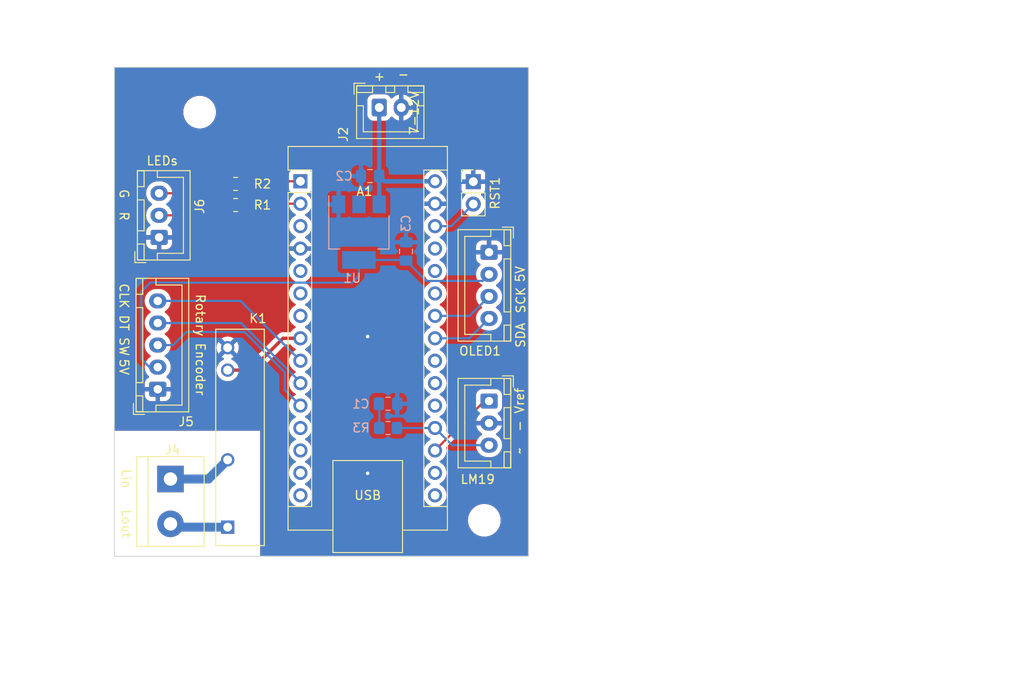
<source format=kicad_pcb>
(kicad_pcb (version 20221018) (generator pcbnew)
  (layers (0 "F.Cu" signal) (31 "B.Cu" signal) (34 "B.Paste" user) (35 "F.Paste" user) (36 "B.SilkS" user "B.Silkscreen") (37 "F.SilkS" user "F.Silkscreen") (38 "B.Mask" user) (39 "F.Mask" user) (44 "Edge.Cuts" user))
  (net 0 "")
  (net 2 "GND")
  (net 3 "/RED_LED")
  (net 4 "/GREEN_LED")
  (net 6 "/CLK_en")
  (net 7 "/DT_en")
  (net 8 "/SWT_en")
  (net 12 "/relay")
  (net 14 "/Aref")
  (net 19 "/SDA_oled")
  (net 20 "/SCK_oled")
  (net 22 "/Temp Signal")
  (net 24 "/RST")
  (net 25 "Net-(C1-Pad2)")
  (net 26 "/Vin")
  (net 28 "/RED_PIN")
  (net 29 "/5V")
  (net 30 "/GREEN_PIN")
  (net 31 "Net-(J4-Pin_1)")
  (net 32 "Net-(J4-Pin_2)")
  (footprint "Connector_JST:JST_XH_B3B-XH-A_1x03_P2.50mm_Vertical" (layer "F.Cu") (at 140.467 97.228 -90)
    (fp_text reference "LM1" hide)
    (fp_text value "LM19")
    (fp_line (start -2.85 -2.75) (end -2.85 -1.5) (stroke (width 0.12)) (layer "F.SilkS"))
    (fp_line (start -2.56 -2.46) (end -2.56 3.51) (stroke (width 0.12)) (layer "F.SilkS"))
    (fp_line (start -2.56 3.51) (end 7.56 3.51) (stroke (width 0.12)) (layer "F.SilkS"))
    (fp_line (start -2.55 -2.45) (end -2.55 -1.7) (stroke (width 0.12)) (layer "F.SilkS"))
    (fp_line (start -2.55 -1.7) (end -0.75 -1.7) (stroke (width 0.12)) (layer "F.SilkS"))
    (fp_line (start -2.55 -0.2) (end -1.8 -0.2) (stroke (width 0.12)) (layer "F.SilkS"))
    (fp_line (start -1.8 -0.2) (end -1.8 2.75) (stroke (width 0.12)) (layer "F.SilkS"))
    (fp_line (start -1.8 2.75) (end 2.5 2.75) (stroke (width 0.12)) (layer "F.SilkS"))
    (fp_line (start -1.6 -2.75) (end -2.85 -2.75) (stroke (width 0.12)) (layer "F.SilkS"))
    (fp_line (start -0.75 -2.45) (end -2.55 -2.45) (stroke (width 0.12)) (layer "F.SilkS"))
    (fp_line (start -0.75 -1.7) (end -0.75 -2.45) (stroke (width 0.12)) (layer "F.SilkS"))
    (fp_line (start 0.75 -2.45) (end 0.75 -1.7) (stroke (width 0.12)) (layer "F.SilkS"))
    (fp_line (start 0.75 -1.7) (end 4.25 -1.7) (stroke (width 0.12)) (layer "F.SilkS"))
    (fp_line (start 4.25 -2.45) (end 0.75 -2.45) (stroke (width 0.12)) (layer "F.SilkS"))
    (fp_line (start 4.25 -1.7) (end 4.25 -2.45) (stroke (width 0.12)) (layer "F.SilkS"))
    (fp_line (start 5.75 -2.45) (end 5.75 -1.7) (stroke (width 0.12)) (layer "F.SilkS"))
    (fp_line (start 5.75 -1.7) (end 7.55 -1.7) (stroke (width 0.12)) (layer "F.SilkS"))
    (fp_line (start 6.8 -0.2) (end 6.8 2.75) (stroke (width 0.12)) (layer "F.SilkS"))
    (fp_line (start 6.8 2.75) (end 2.5 2.75) (stroke (width 0.12)) (layer "F.SilkS"))
    (fp_line (start 7.55 -2.45) (end 5.75 -2.45) (stroke (width 0.12)) (layer "F.SilkS"))
    (fp_line (start 7.55 -1.7) (end 7.55 -2.45) (stroke (width 0.12)) (layer "F.SilkS"))
    (fp_line (start 7.55 -0.2) (end 6.8 -0.2) (stroke (width 0.12)) (layer "F.SilkS"))
    (fp_line (start 7.56 -2.46) (end -2.56 -2.46) (stroke (width 0.12)) (layer "F.SilkS"))
    (fp_line (start 7.56 3.51) (end 7.56 -2.46) (stroke (width 0.12)) (layer "F.SilkS"))
    (pad "1" thru_hole roundrect (at 0 0 270) (size 1.7 1.95) (drill 0.95) (layers "*.Cu" "*.Mask") (roundrect_rratio 0.147059) (net 14 "/Aref"))
    (pad "2" thru_hole oval (at 2.5 0 270) (size 1.7 1.95) (drill 0.95) (layers "*.Cu" "*.Mask") (net 2 "GND"))
    (pad "3" thru_hole oval (at 5 0 270) (size 1.7 1.95) (drill 0.95) (layers "*.Cu" "*.Mask") (net 22 "/Temp Signal"))
  )
  (footprint "Resistor_SMD:R_0805_2012Metric_Pad1.20x1.40mm_HandSolder" (layer "F.Cu") (at 111.776 75.0316)
    (fp_text reference "R1" (at 3.032 0) (layer "F.SilkS"))
    (fp_text value "400")
    (fp_line (start -0.227064 -0.735) (end 0.227064 -0.735) (stroke (width 0.12)) (layer "F.SilkS"))
    (fp_line (start -0.227064 0.735) (end 0.227064 0.735) (stroke (width 0.12)) (layer "F.SilkS"))
    (pad "1" smd roundrect (at -1 0) (size 1.2 1.4) (layers "F.Cu" "F.Paste" "F.Mask") (roundrect_rratio 0.208333) (net 4 "/GREEN_LED"))
    (pad "2" smd roundrect (at 1 0) (size 1.2 1.4) (layers "F.Cu" "F.Paste" "F.Mask") (roundrect_rratio 0.208333) (net 30 "/GREEN_PIN"))
  )
  (footprint "Connector_JST:JST_XH_B4B-XH-A_1x04_P2.50mm_Vertical" (layer "F.Cu") (at 140.467 80.384 -90)
    (fp_text reference "OLED1" (at 11.176 1.016 -180) (layer "F.SilkS"))
    (fp_text value "~")
    (fp_line (start -2.85 -2.75) (end -2.85 -1.5) (stroke (width 0.12)) (layer "F.SilkS"))
    (fp_line (start -2.56 -2.46) (end -2.56 3.51) (stroke (width 0.12)) (layer "F.SilkS"))
    (fp_line (start -2.56 3.51) (end 10.06 3.51) (stroke (width 0.12)) (layer "F.SilkS"))
    (fp_line (start -2.55 -2.45) (end -2.55 -1.7) (stroke (width 0.12)) (layer "F.SilkS"))
    (fp_line (start -2.55 -1.7) (end -0.75 -1.7) (stroke (width 0.12)) (layer "F.SilkS"))
    (fp_line (start -2.55 -0.2) (end -1.8 -0.2) (stroke (width 0.12)) (layer "F.SilkS"))
    (fp_line (start -1.8 -0.2) (end -1.8 2.75) (stroke (width 0.12)) (layer "F.SilkS"))
    (fp_line (start -1.8 2.75) (end 3.75 2.75) (stroke (width 0.12)) (layer "F.SilkS"))
    (fp_line (start -1.6 -2.75) (end -2.85 -2.75) (stroke (width 0.12)) (layer "F.SilkS"))
    (fp_line (start -0.75 -2.45) (end -2.55 -2.45) (stroke (width 0.12)) (layer "F.SilkS"))
    (fp_line (start -0.75 -1.7) (end -0.75 -2.45) (stroke (width 0.12)) (layer "F.SilkS"))
    (fp_line (start 0.75 -2.45) (end 0.75 -1.7) (stroke (width 0.12)) (layer "F.SilkS"))
    (fp_line (start 0.75 -1.7) (end 6.75 -1.7) (stroke (width 0.12)) (layer "F.SilkS"))
    (fp_line (start 6.75 -2.45) (end 0.75 -2.45) (stroke (width 0.12)) (layer "F.SilkS"))
    (fp_line (start 6.75 -1.7) (end 6.75 -2.45) (stroke (width 0.12)) (layer "F.SilkS"))
    (fp_line (start 8.25 -2.45) (end 8.25 -1.7) (stroke (width 0.12)) (layer "F.SilkS"))
    (fp_line (start 8.25 -1.7) (end 10.05 -1.7) (stroke (width 0.12)) (layer "F.SilkS"))
    (fp_line (start 9.3 -0.2) (end 9.3 2.75) (stroke (width 0.12)) (layer "F.SilkS"))
    (fp_line (start 9.3 2.75) (end 3.75 2.75) (stroke (width 0.12)) (layer "F.SilkS"))
    (fp_line (start 10.05 -2.45) (end 8.25 -2.45) (stroke (width 0.12)) (layer "F.SilkS"))
    (fp_line (start 10.05 -1.7) (end 10.05 -2.45) (stroke (width 0.12)) (layer "F.SilkS"))
    (fp_line (start 10.05 -0.2) (end 9.3 -0.2) (stroke (width 0.12)) (layer "F.SilkS"))
    (fp_line (start 10.06 -2.46) (end -2.56 -2.46) (stroke (width 0.12)) (layer "F.SilkS"))
    (fp_line (start 10.06 3.51) (end 10.06 -2.46) (stroke (width 0.12)) (layer "F.SilkS"))
    (pad "1" thru_hole roundrect (at 0 0 270) (size 1.7 1.95) (drill 0.95) (layers "*.Cu" "*.Mask") (roundrect_rratio 0.147059) (net 2 "GND"))
    (pad "2" thru_hole oval (at 2.5 0 270) (size 1.7 1.95) (drill 0.95) (layers "*.Cu" "*.Mask") (net 29 "/5V"))
    (pad "3" thru_hole oval (at 5 0 270) (size 1.7 1.95) (drill 0.95) (layers "*.Cu" "*.Mask") (net 20 "/SCK_oled"))
    (pad "4" thru_hole oval (at 7.5 0 270) (size 1.7 1.95) (drill 0.95) (layers "*.Cu" "*.Mask") (net 19 "/SDA_oled"))
  )
  (footprint "Connector_JST:JST_XH_B2B-XH-A_1x02_P2.50mm_Vertical" (layer "F.Cu") (at 128.03 63.991)
    (fp_text reference "J2" (at -4.064 3.048 90) (layer "F.SilkS"))
    (fp_text value "Pwr")
    (fp_line (start -2.85 -2.75) (end -2.85 -1.5) (stroke (width 0.12)) (layer "F.SilkS"))
    (fp_line (start -2.56 -2.46) (end -2.56 3.51) (stroke (width 0.12)) (layer "F.SilkS"))
    (fp_line (start -2.56 3.51) (end 5.06 3.51) (stroke (width 0.12)) (layer "F.SilkS"))
    (fp_line (start -2.55 -2.45) (end -2.55 -1.7) (stroke (width 0.12)) (layer "F.SilkS"))
    (fp_line (start -2.55 -1.7) (end -0.75 -1.7) (stroke (width 0.12)) (layer "F.SilkS"))
    (fp_line (start -2.55 -0.2) (end -1.8 -0.2) (stroke (width 0.12)) (layer "F.SilkS"))
    (fp_line (start -1.8 -0.2) (end -1.8 2.75) (stroke (width 0.12)) (layer "F.SilkS"))
    (fp_line (start -1.8 2.75) (end 1.25 2.75) (stroke (width 0.12)) (layer "F.SilkS"))
    (fp_line (start -1.6 -2.75) (end -2.85 -2.75) (stroke (width 0.12)) (layer "F.SilkS"))
    (fp_line (start -0.75 -2.45) (end -2.55 -2.45) (stroke (width 0.12)) (layer "F.SilkS"))
    (fp_line (start -0.75 -1.7) (end -0.75 -2.45) (stroke (width 0.12)) (layer "F.SilkS"))
    (fp_line (start 0.75 -2.45) (end 0.75 -1.7) (stroke (width 0.12)) (layer "F.SilkS"))
    (fp_line (start 0.75 -1.7) (end 1.75 -1.7) (stroke (width 0.12)) (layer "F.SilkS"))
    (fp_line (start 1.75 -2.45) (end 0.75 -2.45) (stroke (width 0.12)) (layer "F.SilkS"))
    (fp_line (start 1.75 -1.7) (end 1.75 -2.45) (stroke (width 0.12)) (layer "F.SilkS"))
    (fp_line (start 3.25 -2.45) (end 3.25 -1.7) (stroke (width 0.12)) (layer "F.SilkS"))
    (fp_line (start 3.25 -1.7) (end 5.05 -1.7) (stroke (width 0.12)) (layer "F.SilkS"))
    (fp_line (start 4.3 -0.2) (end 4.3 2.75) (stroke (width 0.12)) (layer "F.SilkS"))
    (fp_line (start 4.3 2.75) (end 1.25 2.75) (stroke (width 0.12)) (layer "F.SilkS"))
    (fp_line (start 5.05 -2.45) (end 3.25 -2.45) (stroke (width 0.12)) (layer "F.SilkS"))
    (fp_line (start 5.05 -1.7) (end 5.05 -2.45) (stroke (width 0.12)) (layer "F.SilkS"))
    (fp_line (start 5.05 -0.2) (end 4.3 -0.2) (stroke (width 0.12)) (layer "F.SilkS"))
    (fp_line (start 5.06 -2.46) (end -2.56 -2.46) (stroke (width 0.12)) (layer "F.SilkS"))
    (fp_line (start 5.06 3.51) (end 5.06 -2.46) (stroke (width 0.12)) (layer "F.SilkS"))
    (pad "1" thru_hole roundrect (at 0 0) (size 1.7 2) (drill 1) (layers "*.Cu" "*.Mask") (roundrect_rratio 0.147059) (net 26 "/Vin"))
    (pad "2" thru_hole oval (at 2.5 0) (size 1.7 2) (drill 1) (layers "*.Cu" "*.Mask") (net 2 "GND"))
  )
  (footprint "MountingHole:MountingHole_3.2mm_M3" (layer "F.Cu") (at 107.696 64.516)
    (fp_text reference "H1" hide)
    (fp_text value "MountingHole" hide)
    (pad "" np_thru_hole circle (at 0 0) (size 3.2 3.2) (drill 3.2) (layers "*.Cu" "*.Mask"))
  )
  (footprint "TerminalBlock:TerminalBlock_bornier-2_P5.08mm" (layer "F.Cu") (at 104.394 106.056 -90)
    (fp_text reference "J4" (at -3.302 -0.254 -180) (layer "F.SilkS"))
    (fp_text value "AC Line")
    (fp_line (start -2.54 -3.81) (end -2.54 3.81) (stroke (width 0.12)) (layer "F.SilkS"))
    (fp_line (start -2.54 3.81) (end 7.62 3.81) (stroke (width 0.12)) (layer "F.SilkS"))
    (fp_line (start 7.62 -3.81) (end -2.54 -3.81) (stroke (width 0.12)) (layer "F.SilkS"))
    (fp_line (start 7.62 2.54) (end -2.54 2.54) (stroke (width 0.12)) (layer "F.SilkS"))
    (fp_line (start 7.62 3.81) (end 7.62 -3.81) (stroke (width 0.12)) (layer "F.SilkS"))
    (pad "1" thru_hole rect (at 0 0 270) (size 3 3) (drill 1.52) (layers "*.Cu" "*.Mask") (net 31 "Net-(J4-Pin_1)"))
    (pad "2" thru_hole circle (at 5.08 0 270) (size 3 3) (drill 1.52) (layers "*.Cu" "*.Mask") (net 32 "Net-(J4-Pin_2)"))
  )
  (footprint "MountingHole:MountingHole_3.2mm_M3" (layer "F.Cu") (at 139.933082 110.730848)
    (fp_text reference "H2" hide)
    (fp_text value "MountingHole")
    (pad "" np_thru_hole circle (at 0 0) (size 3.2 3.2) (drill 3.2) (layers "*.Cu" "*.Mask"))
  )
  (footprint "Resistor_SMD:R_0805_2012Metric_Pad1.20x1.40mm_HandSolder" (layer "F.Cu") (at 111.776 72.644)
    (fp_text reference "R2" (at 3.032 0) (layer "F.SilkS"))
    (fp_text value "400")
    (fp_line (start -0.227064 -0.735) (end 0.227064 -0.735) (stroke (width 0.12)) (layer "F.SilkS"))
    (fp_line (start -0.227064 0.735) (end 0.227064 0.735) (stroke (width 0.12)) (layer "F.SilkS"))
    (pad "1" smd roundrect (at -1 0) (size 1.2 1.4) (layers "F.Cu" "F.Paste" "F.Mask") (roundrect_rratio 0.208333) (net 3 "/RED_LED"))
    (pad "2" smd roundrect (at 1 0) (size 1.2 1.4) (layers "F.Cu" "F.Paste" "F.Mask") (roundrect_rratio 0.208333) (net 28 "/RED_PIN"))
  )
  (footprint "Connector_PinHeader_2.54mm:PinHeader_1x02_P2.54mm_Vertical" (layer "F.Cu") (at 138.684 72.385)
    (fp_text reference "RST1" (at 2.470195 1.305602 -90) (layer "F.SilkS"))
    (fp_text value "RST Button")
    (fp_line (start -1.33 -1.33) (end 0 -1.33) (stroke (width 0.12)) (layer "F.SilkS"))
    (fp_line (start -1.33 0) (end -1.33 -1.33) (stroke (width 0.12)) (layer "F.SilkS"))
    (fp_line (start -1.33 1.27) (end -1.33 3.87) (stroke (width 0.12)) (layer "F.SilkS"))
    (fp_line (start -1.33 1.27) (end 1.33 1.27) (stroke (width 0.12)) (layer "F.SilkS"))
    (fp_line (start -1.33 3.87) (end 1.33 3.87) (stroke (width 0.12)) (layer "F.SilkS"))
    (fp_line (start 1.33 1.27) (end 1.33 3.87) (stroke (width 0.12)) (layer "F.SilkS"))
    (pad "1" thru_hole rect (at 0 0) (size 1.7 1.7) (drill 1) (layers "*.Cu" "*.Mask") (net 2 "GND"))
    (pad "2" thru_hole oval (at 0 2.54) (size 1.7 1.7) (drill 1) (layers "*.Cu" "*.Mask") (net 24 "/RST"))
  )
  (footprint "000_Thomas_Footprints:G3MB-202PDC5 Relay" (layer "F.Cu") (at 113.998 101.654 -90)
    (fp_text reference "K1" (at -13.77 -0.302) (layer "F.SilkS"))
    (fp_text value "G3MB-202PDC5 Relay")
    (fp_line (start -12.558 -1.02) (end -12.558 4.48) (stroke (width 0.127)) (layer "F.SilkS"))
    (fp_line (start -12.558 4.48) (end 11.942 4.48) (stroke (width 0.127)) (layer "F.SilkS"))
    (fp_line (start 11.942 -1.02) (end -12.558 -1.02) (stroke (width 0.127)) (layer "F.SilkS"))
    (fp_line (start 11.942 4.48) (end 11.942 -1.02) (stroke (width 0.127)) (layer "F.SilkS"))
    (pad "1" thru_hole rect (at 9.852 3.13 90) (size 1.508 1.508) (drill 1) (layers "*.Cu" "*.Mask") (net 32 "Net-(J4-Pin_2)"))
    (pad "2" thru_hole circle (at 2.232 3.13 90) (size 1.508 1.508) (drill 1) (layers "*.Cu" "*.Mask") (net 31 "Net-(J4-Pin_1)"))
    (pad "3" thru_hole circle (at -7.928 3.13 90) (size 1.508 1.508) (drill 1) (layers "*.Cu" "*.Mask") (net 12 "/relay"))
    (pad "4" thru_hole circle (at -10.468 3.13 90) (size 1.508 1.508) (drill 1) (layers "*.Cu" "*.Mask") (net 2 "GND"))
  )
  (footprint "Connector_JST:JST_XH_B5B-XH-A_1x05_P2.50mm_Vertical" (layer "F.Cu") (at 102.950584 95.892 90)
    (fp_text reference "J5" (at -3.676 3.221416 180) (layer "F.SilkS"))
    (fp_text value "Rotary Encoder Board")
    (fp_line (start -2.85 -2.75) (end -2.85 -1.5) (stroke (width 0.12)) (layer "F.SilkS"))
    (fp_line (start -2.56 -2.46) (end -2.56 3.51) (stroke (width 0.12)) (layer "F.SilkS"))
    (fp_line (start -2.56 3.51) (end 12.56 3.51) (stroke (width 0.12)) (layer "F.SilkS"))
    (fp_line (start -2.55 -2.45) (end -2.55 -1.7) (stroke (width 0.12)) (layer "F.SilkS"))
    (fp_line (start -2.55 -1.7) (end -0.75 -1.7) (stroke (width 0.12)) (layer "F.SilkS"))
    (fp_line (start -2.55 -0.2) (end -1.8 -0.2) (stroke (width 0.12)) (layer "F.SilkS"))
    (fp_line (start -1.8 -0.2) (end -1.8 2.75) (stroke (width 0.12)) (layer "F.SilkS"))
    (fp_line (start -1.8 2.75) (end 5 2.75) (stroke (width 0.12)) (layer "F.SilkS"))
    (fp_line (start -1.6 -2.75) (end -2.85 -2.75) (stroke (width 0.12)) (layer "F.SilkS"))
    (fp_line (start -0.75 -2.45) (end -2.55 -2.45) (stroke (width 0.12)) (layer "F.SilkS"))
    (fp_line (start -0.75 -1.7) (end -0.75 -2.45) (stroke (width 0.12)) (layer "F.SilkS"))
    (fp_line (start 0.75 -2.45) (end 0.75 -1.7) (stroke (width 0.12)) (layer "F.SilkS"))
    (fp_line (start 0.75 -1.7) (end 9.25 -1.7) (stroke (width 0.12)) (layer "F.SilkS"))
    (fp_line (start 9.25 -2.45) (end 0.75 -2.45) (stroke (width 0.12)) (layer "F.SilkS"))
    (fp_line (start 9.25 -1.7) (end 9.25 -2.45) (stroke (width 0.12)) (layer "F.SilkS"))
    (fp_line (start 10.75 -2.45) (end 10.75 -1.7) (stroke (width 0.12)) (layer "F.SilkS"))
    (fp_line (start 10.75 -1.7) (end 12.55 -1.7) (stroke (width 0.12)) (layer "F.SilkS"))
    (fp_line (start 11.8 -0.2) (end 11.8 2.75) (stroke (width 0.12)) (layer "F.SilkS"))
    (fp_line (start 11.8 2.75) (end 5 2.75) (stroke (width 0.12)) (layer "F.SilkS"))
    (fp_line (start 12.55 -2.45) (end 10.75 -2.45) (stroke (width 0.12)) (layer "F.SilkS"))
    (fp_line (start 12.55 -1.7) (end 12.55 -2.45) (stroke (width 0.12)) (layer "F.SilkS"))
    (fp_line (start 12.55 -0.2) (end 11.8 -0.2) (stroke (width 0.12)) (layer "F.SilkS"))
    (fp_line (start 12.56 -2.46) (end -2.56 -2.46) (stroke (width 0.12)) (layer "F.SilkS"))
    (fp_line (start 12.56 3.51) (end 12.56 -2.46) (stroke (width 0.12)) (layer "F.SilkS"))
    (pad "1" thru_hole roundrect (at 0 0 90) (size 1.7 1.95) (drill 0.95) (layers "*.Cu" "*.Mask") (roundrect_rratio 0.147059) (net 2 "GND"))
    (pad "2" thru_hole oval (at 2.5 0 90) (size 1.7 1.95) (drill 0.95) (layers "*.Cu" "*.Mask") (net 29 "/5V"))
    (pad "3" thru_hole oval (at 5 0 90) (size 1.7 1.95) (drill 0.95) (layers "*.Cu" "*.Mask") (net 8 "/SWT_en"))
    (pad "4" thru_hole oval (at 7.5 0 90) (size 1.7 1.95) (drill 0.95) (layers "*.Cu" "*.Mask") (net 7 "/DT_en"))
    (pad "5" thru_hole oval (at 10 0 90) (size 1.7 1.95) (drill 0.95) (layers "*.Cu" "*.Mask") (net 6 "/CLK_en"))
  )
  (footprint "Module:Arduino_Nano" (layer "F.Cu") (at 119.1076 72.3428)
    (fp_text reference "A1" (at 7.2574 1.1416) (layer "F.SilkS"))
    (fp_text value "Arduino_Nano_v3.x")
    (fp_text user "USB" (at 7.62 35.56 unlocked) (layer "F.SilkS"))
    (fp_line (start -1.4 -3.94) (end -1.4 -1.27) (stroke (width 0.12)) (layer "F.SilkS"))
    (fp_line (start -1.4 1.27) (end -1.4 39.5) (stroke (width 0.12)) (layer "F.SilkS"))
    (fp_line (start -1.4 39.5) (end 3.68 39.5) (stroke (width 0.12)) (layer "F.SilkS"))
    (fp_line (start 1.27 -1.27) (end -1.4 -1.27) (stroke (width 0.12)) (layer "F.SilkS"))
    (fp_line (start 1.27 1.27) (end -1.4 1.27) (stroke (width 0.12)) (layer "F.SilkS"))
    (fp_line (start 1.27 1.27) (end 1.27 -1.27) (stroke (width 0.12)) (layer "F.SilkS"))
    (fp_line (start 1.27 1.27) (end 1.27 36.83) (stroke (width 0.12)) (layer "F.SilkS"))
    (fp_line (start 1.27 36.83) (end -1.4 36.83) (stroke (width 0.12)) (layer "F.SilkS"))
    (fp_line (start 3.68 31.62) (end 11.56 31.62) (stroke (width 0.12)) (layer "F.SilkS"))
    (fp_line (start 3.68 42.04) (end 3.68 31.62) (stroke (width 0.12)) (layer "F.SilkS"))
    (fp_line (start 11.56 31.62) (end 11.56 42.04) (stroke (width 0.12)) (layer "F.SilkS"))
    (fp_line (start 11.56 42.04) (end 3.68 42.04) (stroke (width 0.12)) (layer "F.SilkS"))
    (fp_line (start 13.97 -1.27) (end 13.97 36.83) (stroke (width 0.12)) (layer "F.SilkS"))
    (fp_line (start 13.97 -1.27) (end 16.64 -1.27) (stroke (width 0.12)) (layer "F.SilkS"))
    (fp_line (start 13.97 36.83) (end 16.64 36.83) (stroke (width 0.12)) (layer "F.SilkS"))
    (fp_line (start 16.64 -3.94) (end -1.4 -3.94) (stroke (width 0.12)) (layer "F.SilkS"))
    (fp_line (start 16.64 39.5) (end 11.56 39.5) (stroke (width 0.12)) (layer "F.SilkS"))
    (fp_line (start 16.64 39.5) (end 16.64 -3.94) (stroke (width 0.12)) (layer "F.SilkS"))
    (pad "1" thru_hole rect (at 0 0) (size 1.6 1.6) (drill 1) (layers "*.Cu" "*.Mask") (net 28 "/RED_PIN"))
    (pad "2" thru_hole oval (at 0 2.54) (size 1.6 1.6) (drill 1) (layers "*.Cu" "*.Mask") (net 30 "/GREEN_PIN"))
    (pad "3" thru_hole oval (at 0 5.08) (size 1.6 1.6) (drill 1) (layers "*.Cu" "*.Mask"))
    (pad "4" thru_hole oval (at 0 7.62) (size 1.6 1.6) (drill 1) (layers "*.Cu" "*.Mask") (net 2 "GND"))
    (pad "5" thru_hole oval (at 0 10.16) (size 1.6 1.6) (drill 1) (layers "*.Cu" "*.Mask"))
    (pad "6" thru_hole oval (at 0 12.7) (size 1.6 1.6) (drill 1) (layers "*.Cu" "*.Mask"))
    (pad "7" thru_hole oval (at 0 15.24) (size 1.6 1.6) (drill 1) (layers "*.Cu" "*.Mask"))
    (pad "8" thru_hole oval (at 0 17.78) (size 1.6 1.6) (drill 1) (layers "*.Cu" "*.Mask") (net 12 "/relay"))
    (pad "9" thru_hole oval (at 0 20.32) (size 1.6 1.6) (drill 1) (layers "*.Cu" "*.Mask") (net 6 "/CLK_en"))
    (pad "10" thru_hole oval (at 0 22.86) (size 1.6 1.6) (drill 1) (layers "*.Cu" "*.Mask") (net 7 "/DT_en"))
    (pad "11" thru_hole oval (at 0 25.4) (size 1.6 1.6) (drill 1) (layers "*.Cu" "*.Mask") (net 8 "/SWT_en"))
    (pad "12" thru_hole oval (at 0 27.94) (size 1.6 1.6) (drill 1) (layers "*.Cu" "*.Mask"))
    (pad "13" thru_hole oval (at 0 30.48) (size 1.6 1.6) (drill 1) (layers "*.Cu" "*.Mask"))
    (pad "14" thru_hole oval (at 0 33.02) (size 1.6 1.6) (drill 1) (layers "*.Cu" "*.Mask"))
    (pad "15" thru_hole oval (at 0 35.56) (size 1.6 1.6) (drill 1) (layers "*.Cu" "*.Mask"))
    (pad "16" thru_hole oval (at 15.24 35.56) (size 1.6 1.6) (drill 1) (layers "*.Cu" "*.Mask"))
    (pad "17" thru_hole oval (at 15.24 33.02) (size 1.6 1.6) (drill 1) (layers "*.Cu" "*.Mask"))
    (pad "18" thru_hole oval (at 15.24 30.48) (size 1.6 1.6) (drill 1) (layers "*.Cu" "*.Mask") (net 14 "/Aref"))
    (pad "19" thru_hole oval (at 15.24 27.94) (size 1.6 1.6) (drill 1) (layers "*.Cu" "*.Mask") (net 22 "/Temp Signal"))
    (pad "20" thru_hole oval (at 15.24 25.4) (size 1.6 1.6) (drill 1) (layers "*.Cu" "*.Mask"))
    (pad "21" thru_hole oval (at 15.24 22.86) (size 1.6 1.6) (drill 1) (layers "*.Cu" "*.Mask"))
    (pad "22" thru_hole oval (at 15.24 20.32) (size 1.6 1.6) (drill 1) (layers "*.Cu" "*.Mask"))
    (pad "23" thru_hole oval (at 15.24 17.78) (size 1.6 1.6) (drill 1) (layers "*.Cu" "*.Mask") (net 19 "/SDA_oled"))
    (pad "24" thru_hole oval (at 15.24 15.24) (size 1.6 1.6) (drill 1) (layers "*.Cu" "*.Mask") (net 20 "/SCK_oled"))
    (pad "25" thru_hole oval (at 15.24 12.7) (size 1.6 1.6) (drill 1) (layers "*.Cu" "*.Mask"))
    (pad "26" thru_hole oval (at 15.24 10.16) (size 1.6 1.6) (drill 1) (layers "*.Cu" "*.Mask"))
    (pad "27" thru_hole oval (at 15.24 7.62) (size 1.6 1.6) (drill 1) (layers "*.Cu" "*.Mask"))
    (pad "28" thru_hole oval (at 15.24 5.08) (size 1.6 1.6) (drill 1) (layers "*.Cu" "*.Mask") (net 24 "/RST"))
    (pad "29" thru_hole oval (at 15.24 2.54) (size 1.6 1.6) (drill 1) (layers "*.Cu" "*.Mask") (net 2 "GND"))
    (pad "30" thru_hole oval (at 15.24 0) (size 1.6 1.6) (drill 1) (layers "*.Cu" "*.Mask") (net 26 "/Vin"))
  )
  (footprint "Connector_JST:JST_XH_B3B-XH-A_1x03_P2.50mm_Vertical" (layer "F.Cu") (at 103.107 78.7 90)
    (fp_text reference "J6" (at 3.516 4.589 270) (layer "F.SilkS"))
    (fp_text value "LEDS")
    (fp_line (start -2.85 -2.75) (end -2.85 -1.5) (stroke (width 0.12)) (layer "F.SilkS"))
    (fp_line (start -2.56 -2.46) (end -2.56 3.51) (stroke (width 0.12)) (layer "F.SilkS"))
    (fp_line (start -2.56 3.51) (end 7.56 3.51) (stroke (width 0.12)) (layer "F.SilkS"))
    (fp_line (start -2.55 -2.45) (end -2.55 -1.7) (stroke (width 0.12)) (layer "F.SilkS"))
    (fp_line (start -2.55 -1.7) (end -0.75 -1.7) (stroke (width 0.12)) (layer "F.SilkS"))
    (fp_line (start -2.55 -0.2) (end -1.8 -0.2) (stroke (width 0.12)) (layer "F.SilkS"))
    (fp_line (start -1.8 -0.2) (end -1.8 2.75) (stroke (width 0.12)) (layer "F.SilkS"))
    (fp_line (start -1.8 2.75) (end 2.5 2.75) (stroke (width 0.12)) (layer "F.SilkS"))
    (fp_line (start -1.6 -2.75) (end -2.85 -2.75) (stroke (width 0.12)) (layer "F.SilkS"))
    (fp_line (start -0.75 -2.45) (end -2.55 -2.45) (stroke (width 0.12)) (layer "F.SilkS"))
    (fp_line (start -0.75 -1.7) (end -0.75 -2.45) (stroke (width 0.12)) (layer "F.SilkS"))
    (fp_line (start 0.75 -2.45) (end 0.75 -1.7) (stroke (width 0.12)) (layer "F.SilkS"))
    (fp_line (start 0.75 -1.7) (end 4.25 -1.7) (stroke (width 0.12)) (layer "F.SilkS"))
    (fp_line (start 4.25 -2.45) (end 0.75 -2.45) (stroke (width 0.12)) (layer "F.SilkS"))
    (fp_line (start 4.25 -1.7) (end 4.25 -2.45) (stroke (width 0.12)) (layer "F.SilkS"))
    (fp_line (start 5.75 -2.45) (end 5.75 -1.7) (stroke (width 0.12)) (layer "F.SilkS"))
    (fp_line (start 5.75 -1.7) (end 7.55 -1.7) (stroke (width 0.12)) (layer "F.SilkS"))
    (fp_line (start 6.8 -0.2) (end 6.8 2.75) (stroke (width 0.12)) (layer "F.SilkS"))
    (fp_line (start 6.8 2.75) (end 2.5 2.75) (stroke (width 0.12)) (layer "F.SilkS"))
    (fp_line (start 7.55 -2.45) (end 5.75 -2.45) (stroke (width 0.12)) (layer "F.SilkS"))
    (fp_line (start 7.55 -1.7) (end 7.55 -2.45) (stroke (width 0.12)) (layer "F.SilkS"))
    (fp_line (start 7.55 -0.2) (end 6.8 -0.2) (stroke (width 0.12)) (layer "F.SilkS"))
    (fp_line (start 7.56 -2.46) (end -2.56 -2.46) (stroke (width 0.12)) (layer "F.SilkS"))
    (fp_line (start 7.56 3.51) (end 7.56 -2.46) (stroke (width 0.12)) (layer "F.SilkS"))
    (pad "1" thru_hole roundrect (at 0 0 90) (size 1.7 1.95) (drill 0.95) (layers "*.Cu" "*.Mask") (roundrect_rratio 0.147059) (net 2 "GND"))
    (pad "2" thru_hole oval (at 2.5 0 90) (size 1.7 1.95) (drill 0.95) (layers "*.Cu" "*.Mask") (net 4 "/GREEN_LED"))
    (pad "3" thru_hole oval (at 5 0 90) (size 1.7 1.95) (drill 0.95) (layers "*.Cu" "*.Mask") (net 3 "/RED_LED"))
  )
  (footprint "Capacitor_SMD:C_0805_2012Metric_Pad1.18x1.45mm_HandSolder" (layer "B.Cu") (at 129.032 97.536 180)
    (fp_text reference "C1" (at 3.0855 -0.0254) (layer "B.SilkS") (effects (justify mirror)))
    (fp_text value "1uF")
    (fp_line (start -0.261252 -0.735) (end 0.261252 -0.735) (stroke (width 0.12)) (layer "B.SilkS"))
    (fp_line (start -0.261252 0.735) (end 0.261252 0.735) (stroke (width 0.12)) (layer "B.SilkS"))
    (pad "1" smd roundrect (at -1.0375 0 180) (size 1.175 1.45) (layers "B.Cu" "B.Paste" "B.Mask") (roundrect_rratio 0.212766) (net 2 "GND"))
    (pad "2" smd roundrect (at 1.0375 0 180) (size 1.175 1.45) (layers "B.Cu" "B.Paste" "B.Mask") (roundrect_rratio 0.212766) (net 25 "Net-(C1-Pad2)"))
  )
  (footprint "Capacitor_SMD:C_0805_2012Metric_Pad1.18x1.45mm_HandSolder" (layer "B.Cu") (at 126.9925 71.755 180)
    (fp_text reference "C2" (at 2.9425 0 unlocked) (layer "B.SilkS") (effects (justify mirror)))
    (fp_text value "10uF")
    (fp_line (start -0.261252 -0.735) (end 0.261252 -0.735) (stroke (width 0.12)) (layer "B.SilkS"))
    (fp_line (start -0.261252 0.735) (end 0.261252 0.735) (stroke (width 0.12)) (layer "B.SilkS"))
    (pad "1" smd roundrect (at -1.0375 0 180) (size 1.175 1.45) (layers "B.Cu" "B.Paste" "B.Mask") (roundrect_rratio 0.212766) (net 26 "/Vin"))
    (pad "2" smd roundrect (at 1.0375 0 180) (size 1.175 1.45) (layers "B.Cu" "B.Paste" "B.Mask") (roundrect_rratio 0.212766) (net 2 "GND"))
  )
  (footprint "Package_TO_SOT_SMD:SOT-223-3_TabPin2" (layer "B.Cu") (at 125.73 78.105 -90)
    (fp_text reference "U1" (at 5.207 0.762 -180) (layer "B.SilkS") (effects (justify mirror)))
    (fp_text value "AZ1117-5.0")
    (fp_line (start -4.1 3.41) (end 1.91 3.41) (stroke (width 0.12)) (layer "B.SilkS"))
    (fp_line (start -1.85 -3.41) (end 1.91 -3.41) (stroke (width 0.12)) (layer "B.SilkS"))
    (fp_line (start 1.91 -3.41) (end 1.91 -2.15) (stroke (width 0.12)) (layer "B.SilkS"))
    (fp_line (start 1.91 3.41) (end 1.91 2.15) (stroke (width 0.12)) (layer "B.SilkS"))
    (pad "1" smd rect (at -3.15 2.3 270) (size 2 1.5) (layers "B.Cu" "B.Paste" "B.Mask") (net 2 "GND"))
    (pad "2" smd rect (at -3.15 0 270) (size 2 1.5) (layers "B.Cu" "B.Paste" "B.Mask") (net 29 "/5V"))
    (pad "2" smd rect (at 3.15 0 270) (size 2 3.8) (layers "B.Cu" "B.Paste" "B.Mask") (net 29 "/5V"))
    (pad "3" smd rect (at -3.15 -2.3 270) (size 2 1.5) (layers "B.Cu" "B.Paste" "B.Mask") (net 26 "/Vin"))
  )
  (footprint "Capacitor_SMD:C_0805_2012Metric_Pad1.18x1.45mm_HandSolder" (layer "B.Cu") (at 131.064 80.2855 90)
    (fp_text reference "C3" (at 3.175 0 90) (layer "B.SilkS") (effects (justify mirror)))
    (fp_text value "22uF")
    (fp_line (start -0.261252 -0.735) (end 0.261252 -0.735) (stroke (width 0.12)) (layer "B.SilkS"))
    (fp_line (start -0.261252 0.735) (end 0.261252 0.735) (stroke (width 0.12)) (layer "B.SilkS"))
    (pad "1" smd roundrect (at -1.0375 0 90) (size 1.175 1.45) (layers "B.Cu" "B.Paste" "B.Mask") (roundrect_rratio 0.212766) (net 29 "/5V"))
    (pad "2" smd roundrect (at 1.0375 0 90) (size 1.175 1.45) (layers "B.Cu" "B.Paste" "B.Mask") (roundrect_rratio 0.212766) (net 2 "GND"))
  )
  (footprint "Resistor_SMD:R_0805_2012Metric_Pad1.20x1.40mm_HandSolder" (layer "B.Cu") (at 129.032 100.2828)
    (fp_text reference "R3" (at -3.058611 -0.012944) (layer "B.SilkS") (effects (justify mirror)))
    (fp_text value "200")
    (fp_line (start -0.227064 -0.735) (end 0.227064 -0.735) (stroke (width 0.12)) (layer "B.SilkS"))
    (fp_line (start -0.227064 0.735) (end 0.227064 0.735) (stroke (width 0.12)) (layer "B.SilkS"))
    (pad "1" smd roundrect (at -1 0) (size 1.2 1.4) (layers "B.Cu" "B.Paste" "B.Mask") (roundrect_rratio 0.208333) (net 25 "Net-(C1-Pad2)"))
    (pad "2" smd roundrect (at 1 0) (size 1.2 1.4) (layers "B.Cu" "B.Paste" "B.Mask") (roundrect_rratio 0.208333) (net 22 "/Temp Signal"))
  )
  (gr_rect (start 98.044 59.436) (end 144.933156 114.808) (stroke (width 0.1)) (fill none) (layer "Edge.Cuts"))
  (gr_text "LM19" (at 137.16 106.68) (layer "F.SilkS") (effects (font (size 1 1)) (justify left bottom)))
  (gr_text "7-12V" (at 132.588 67.183 90) (layer "F.SilkS") (effects (font (size 1 1)) (justify left bottom)))
  (gr_text "~\n" (at 144.501735 103.305046 90) (layer "F.SilkS") (effects (font (size 1 1)) (justify left bottom)))
  (gr_text "Rotary Encoder" (at 107.188 85.028904 270) (layer "F.SilkS") (effects (font (size 1 1)) (justify left bottom)))
  (gr_text "LEDs" (at 101.6 70.612) (layer "F.SilkS") (effects (font (size 1 1)) (justify left bottom)))
  (gr_text "SDA" (at 144.619963 91.287108 90) (layer "F.SilkS") (effects (font (size 1 1)) (justify left bottom)))
  (gr_text "R" (at 98.552 75.692 -90) (layer "F.SilkS") (effects (font (size 1 1)) (justify left bottom)))
  (gr_text "Lout" (at 98.806 109.415762 270) (layer "F.SilkS") (effects (font (size 1 1)) (justify left bottom)))
  (gr_text "SW" (at 98.552 89.916 270) (layer "F.SilkS") (effects (font (size 1 1)) (justify left bottom)))
  (gr_text "G" (at 98.552 73.152 -90) (layer "F.SilkS") (effects (font (size 1 1)) (justify left bottom)))
  (gr_text "Vref" (at 144.501735 98.733046 90) (layer "F.SilkS") (effects (font (size 1 1)) (justify left bottom)))
  (gr_text "5V" (at 98.552 92.362238 270) (layer "F.SilkS") (effects (font (size 1 1)) (justify left bottom)))
  (gr_text "-\n" (at 130.048 60.816336) (layer "F.SilkS") (effects (font (size 1 1)) (justify left bottom)))
  (gr_text "SCK" (at 144.6478 87.376 90) (layer "F.SilkS") (effects (font (size 1 1)) (justify left bottom)))
  (gr_text "5V" (at 144.578234 83.854902 90) (layer "F.SilkS") (effects (font (size 1 1)) (justify left bottom)))
  (gr_text "CLK" (at 98.552 83.82 270) (layer "F.SilkS") (effects (font (size 1 1)) (justify left bottom)))
  (gr_text "+" (at 127.542664 59.814202 -90) (layer "F.SilkS") (effects (font (size 1 1)) (justify left bottom)))
  (gr_text "Lin" (at 98.806 104.835762 270) (layer "F.SilkS") (effects (font (size 1 1)) (justify left bottom)))
  (gr_text "DT" (at 98.552 87.386048 270) (layer "F.SilkS") (effects (font (size 1 1)) (justify left bottom)))
  (gr_text "-\n" (at 144.501735 100.765046 90) (layer "F.SilkS") (effects (font (size 1 1)) (justify left bottom)))
  (via (at 126.7176 89.916) (size 0.8) (drill 0.4) (layers "F.Cu" "B.Cu") (net 2))
  (via (at 126.7176 105.41) (size 0.8) (drill 0.4) (layers "F.Cu" "B.Cu") (net 2))
  (segment (start 110.776 72.644) (end 109.72 73.7) (width 0.25) (layer "F.Cu") (net 3))
  (segment (start 109.72 73.7) (end 103.107 73.7) (width 0.25) (layer "F.Cu") (net 3))
  (segment (start 110.776 75.0316) (end 109.6076 76.2) (width 0.25) (layer "F.Cu") (net 4))
  (segment (start 109.6076 76.2) (end 103.107 76.2) (width 0.25) (layer "F.Cu") (net 4))
  (segment (start 119.1076 92.6628) (end 112.3368 85.892) (width 0.25) (layer "B.Cu") (net 6))
  (segment (start 112.3368 85.892) (end 102.950584 85.892) (width 0.25) (layer "B.Cu") (net 6))
  (segment (start 119.1076 95.103204) (end 112.396396 88.392) (width 0.25) (layer "B.Cu") (net 7))
  (segment (start 112.396396 88.392) (end 102.950584 88.392) (width 0.25) (layer "B.Cu") (net 7))
  (segment (start 119.1076 95.2028) (end 119.1076 95.103204) (width 0.25) (layer "B.Cu") (net 7))
  (segment (start 104.688 90.892) (end 102.950584 90.892) (width 0.25) (layer "B.Cu") (net 8))
  (segment (start 119.1076 97.7428) (end 117.348 95.9832) (width 0.25) (layer "B.Cu") (net 8))
  (segment (start 106.172 89.408) (end 104.688 90.892) (width 0.25) (layer "B.Cu") (net 8))
  (segment (start 117.348 95.9832) (end 117.348 93.98) (width 0.25) (layer "B.Cu") (net 8))
  (segment (start 117.348 93.98) (end 112.776 89.408) (width 0.25) (layer "B.Cu") (net 8))
  (segment (start 112.776 89.408) (end 106.172 89.408) (width 0.25) (layer "B.Cu") (net 8))
  (segment (start 110.868 93.726) (end 113.538 93.726) (width 0.381) (layer "F.Cu") (net 12))
  (segment (start 113.538 93.726) (end 117.1412 90.1228) (width 0.381) (layer "F.Cu") (net 12))
  (segment (start 117.1412 90.1228) (end 119.1076 90.1228) (width 0.381) (layer "F.Cu") (net 12))
  (segment (start 139.9424 97.228) (end 134.3476 102.8228) (width 0.25) (layer "F.Cu") (net 14))
  (segment (start 140.467 97.228) (end 139.9424 97.228) (width 0.25) (layer "F.Cu") (net 14))
  (segment (start 134.3476 90.1228) (end 138.2282 90.1228) (width 0.25) (layer "B.Cu") (net 19))
  (segment (start 138.2282 90.1228) (end 140.467 87.884) (width 0.25) (layer "B.Cu") (net 19))
  (segment (start 134.3476 87.5828) (end 138.2682 87.5828) (width 0.25) (layer "B.Cu") (net 20))
  (segment (start 138.2682 87.5828) (end 140.467 85.384) (width 0.25) (layer "B.Cu") (net 20))
  (segment (start 136.2928 102.228) (end 134.3476 100.2828) (width 0.25) (layer "B.Cu") (net 22))
  (segment (start 140.467 102.228) (end 136.2928 102.228) (width 0.25) (layer "B.Cu") (net 22))
  (segment (start 130.032 100.2828) (end 134.3476 100.2828) (width 0.25) (layer "B.Cu") (net 22))
  (segment (start 134.3476 77.4228) (end 136.1862 77.4228) (width 0.25) (layer "B.Cu") (net 24))
  (segment (start 136.1862 77.4228) (end 138.684 74.925) (width 0.25) (layer "B.Cu") (net 24))
  (segment (start 128.032 97.5735) (end 127.9945 97.536) (width 0.25) (layer "B.Cu") (net 25))
  (segment (start 128.032 100.2828) (end 128.032 97.5735) (width 0.25) (layer "B.Cu") (net 25))
  (segment (start 128.03 71.755) (end 128.6178 72.3428) (width 0.508) (layer "B.Cu") (net 26))
  (segment (start 128.03 74.955) (end 128.03 71.755) (width 0.508) (layer "B.Cu") (net 26))
  (segment (start 128.6178 72.3428) (end 134.3476 72.3428) (width 0.508) (layer "B.Cu") (net 26))
  (segment (start 128.03 71.755) (end 127.976 71.701) (width 0.508) (layer "B.Cu") (net 26))
  (segment (start 128.03 71.755) (end 128.03 63.991) (width 0.508) (layer "B.Cu") (net 26))
  (segment (start 113.0772 72.3428) (end 112.776 72.644) (width 0.25) (layer "F.Cu") (net 28))
  (segment (start 119.1076 72.3428) (end 113.0772 72.3428) (width 0.25) (layer "F.Cu") (net 28))
  (segment (start 125.73 81.255) (end 130.996 81.255) (width 0.25) (layer "B.Cu") (net 29))
  (segment (start 139.7232 83.6278) (end 133.3688 83.6278) (width 0.25) (layer "B.Cu") (net 29))
  (segment (start 102.028 93.392) (end 102.950584 93.392) (width 0.25) (layer "B.Cu") (net 29))
  (segment (start 140.467 82.884) (end 139.7232 83.6278) (width 0.25) (layer "B.Cu") (net 29))
  (segment (start 101.092 84.836) (end 101.092 92.456) (width 0.25) (layer "B.Cu") (net 29))
  (segment (start 130.996 81.255) (end 131.064 81.323) (width 0.25) (layer "B.Cu") (net 29))
  (segment (start 101.092 92.456) (end 102.028 93.392) (width 0.25) (layer "B.Cu") (net 29))
  (segment (start 102.108 83.82) (end 101.092 84.836) (width 0.25) (layer "B.Cu") (net 29))
  (segment (start 124.968 83.82) (end 102.108 83.82) (width 0.25) (layer "B.Cu") (net 29))
  (segment (start 133.3688 83.6278) (end 131.064 81.323) (width 0.25) (layer "B.Cu") (net 29))
  (segment (start 125.73 83.058) (end 124.968 83.82) (width 0.25) (layer "B.Cu") (net 29))
  (segment (start 125.73 81.255) (end 125.73 83.058) (width 0.25) (layer "B.Cu") (net 29))
  (segment (start 112.776 75.0316) (end 112.9248 74.8828) (width 0.25) (layer "F.Cu") (net 30))
  (segment (start 112.9248 74.8828) (end 119.1076 74.8828) (width 0.25) (layer "F.Cu") (net 30))
  (segment (start 108.698 106.056) (end 110.868 103.886) (width 1.016) (layer "B.Cu") (net 31))
  (segment (start 104.394 106.056) (end 108.698 106.056) (width 1.016) (layer "B.Cu") (net 31))
  (segment (start 110.868 111.506) (end 104.764 111.506) (width 1.016) (layer "B.Cu") (net 32))
  (segment (start 104.764 111.506) (end 104.394 111.136) (width 1.016) (layer "B.Cu") (net 32))
  (zone (net 0) (net_name "") (layers "F&B.Cu") (connect_pads (clearance 0)) (min_thickness 0.25)
    (keepout (tracks allowed) (vias allowed) (pads allowed) (copperpour not_allowed) (footprints allowed))
    (fill (thermal_gap 0.5) (thermal_bridge_width 0.5))
    (polygon (pts (xy 94.996 100.584) (xy 114.554 100.584) (xy 114.554 116.078) (xy 94.996 116.078)))
  )
  (zone (net 2) (net_name "GND") (layers "F&B.Cu") (connect_pads (clearance 0.5)) (min_thickness 0.25) (fill yes (thermal_gap 0.5) (thermal_bridge_width 0.5))
    (polygon (pts (xy 85.09 51.816) (xy 165.354 51.816) (xy 165.862 129.286) (xy 85.598 129.286)))
  )
)
</source>
